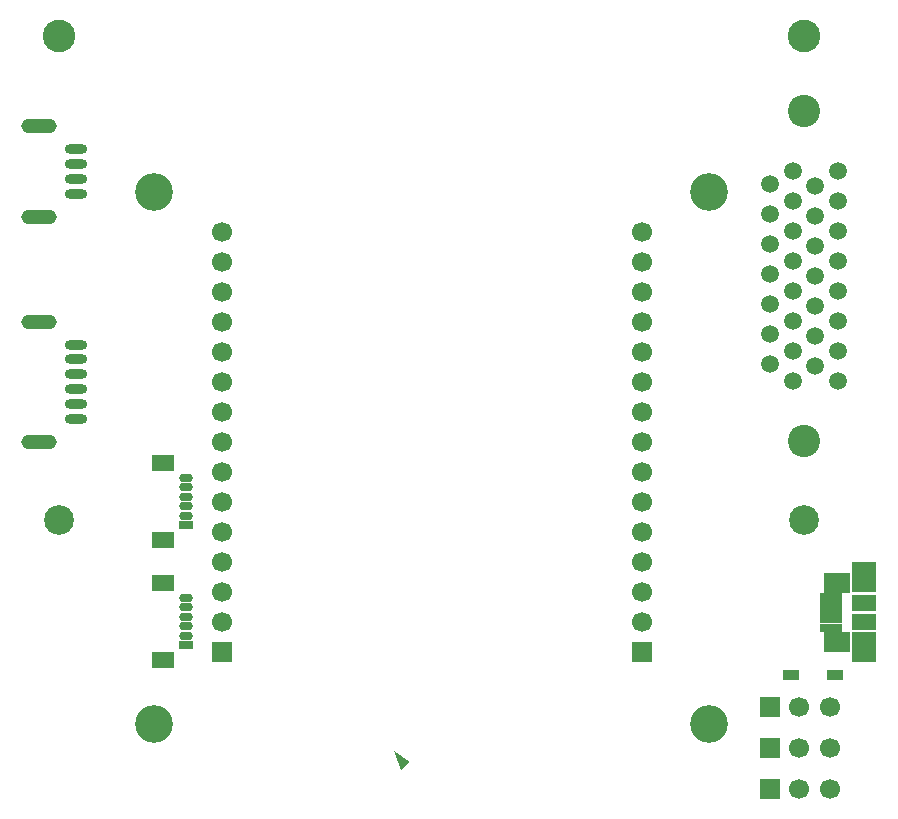
<source format=gbs>
%FSLAX42Y42*%
%MOMM*%
G71*
G01*
G75*
G04 Layer_Color=16711935*
%ADD10C,0.20*%
%ADD11C,0.25*%
%ADD12C,1.50*%
%ADD13C,0.50*%
%ADD14C,1.30*%
%ADD15C,2.55*%
%ADD16C,2.30*%
%ADD17C,3.00*%
%ADD18R,1.50X1.50*%
%ADD19C,1.50*%
%ADD20R,1.50X1.50*%
%ADD21C,2.54*%
%ADD22C,1.27*%
%ADD23C,0.60*%
G04:AMPARAMS|DCode=24|XSize=0.61mm|YSize=1.7mm|CornerRadius=0.3mm|HoleSize=0mm|Usage=FLASHONLY|Rotation=90.000|XOffset=0mm|YOffset=0mm|HoleType=Round|Shape=RoundedRectangle|*
%AMROUNDEDRECTD24*
21,1,0.61,1.09,0,0,90.0*
21,1,0.00,1.70,0,0,90.0*
1,1,0.61,0.55,0.00*
1,1,0.61,0.55,0.00*
1,1,0.61,-0.55,0.00*
1,1,0.61,-0.55,0.00*
%
%ADD24ROUNDEDRECTD24*%
G04:AMPARAMS|DCode=25|XSize=2.82mm|YSize=1.02mm|CornerRadius=0.51mm|HoleSize=0mm|Usage=FLASHONLY|Rotation=0.000|XOffset=0mm|YOffset=0mm|HoleType=Round|Shape=RoundedRectangle|*
%AMROUNDEDRECTD25*
21,1,2.82,0.00,0,0,0.0*
21,1,1.80,1.02,0,0,0.0*
1,1,1.02,0.90,0.00*
1,1,1.02,-0.90,0.00*
1,1,1.02,-0.90,0.00*
1,1,1.02,0.90,0.00*
%
%ADD25ROUNDEDRECTD25*%
%ADD26R,1.70X0.46*%
%ADD27R,1.70X0.40*%
%ADD28R,2.11X1.50*%
%ADD29R,1.91X2.39*%
%ADD30R,1.91X1.19*%
%ADD31R,1.70X1.20*%
G04:AMPARAMS|DCode=32|XSize=0.5mm|YSize=1mm|CornerRadius=0.25mm|HoleSize=0mm|Usage=FLASHONLY|Rotation=270.000|XOffset=0mm|YOffset=0mm|HoleType=Round|Shape=RoundedRectangle|*
%AMROUNDEDRECTD32*
21,1,0.50,0.50,0,0,270.0*
21,1,0.00,1.00,0,0,270.0*
1,1,0.50,-0.25,0.00*
1,1,0.50,-0.25,0.00*
1,1,0.50,0.25,0.00*
1,1,0.50,0.25,0.00*
%
%ADD32ROUNDEDRECTD32*%
%ADD33R,1.00X0.50*%
%ADD34R,1.22X0.71*%
%ADD35C,0.38*%
%ADD36C,0.13*%
%ADD37C,1.50*%
%ADD38C,2.76*%
%ADD39C,2.51*%
%ADD40C,3.20*%
%ADD41R,1.70X1.70*%
%ADD42C,1.70*%
%ADD43R,1.70X1.70*%
%ADD44C,2.74*%
G04:AMPARAMS|DCode=45|XSize=0.81mm|YSize=1.91mm|CornerRadius=0.41mm|HoleSize=0mm|Usage=FLASHONLY|Rotation=90.000|XOffset=0mm|YOffset=0mm|HoleType=Round|Shape=RoundedRectangle|*
%AMROUNDEDRECTD45*
21,1,0.81,1.09,0,0,90.0*
21,1,0.00,1.91,0,0,90.0*
1,1,0.81,0.55,0.00*
1,1,0.81,0.55,0.00*
1,1,0.81,-0.55,0.00*
1,1,0.81,-0.55,0.00*
%
%ADD45ROUNDEDRECTD45*%
G04:AMPARAMS|DCode=46|XSize=3.02mm|YSize=1.22mm|CornerRadius=0.61mm|HoleSize=0mm|Usage=FLASHONLY|Rotation=0.000|XOffset=0mm|YOffset=0mm|HoleType=Round|Shape=RoundedRectangle|*
%AMROUNDEDRECTD46*
21,1,3.02,0.00,0,0,0.0*
21,1,1.80,1.22,0,0,0.0*
1,1,1.22,0.90,0.00*
1,1,1.22,-0.90,0.00*
1,1,1.22,-0.90,0.00*
1,1,1.22,0.90,0.00*
%
%ADD46ROUNDEDRECTD46*%
%ADD47R,1.91X0.66*%
%ADD48R,1.91X0.60*%
%ADD49R,2.31X1.70*%
%ADD50R,2.11X2.59*%
%ADD51R,2.11X1.40*%
%ADD52R,1.90X1.40*%
G04:AMPARAMS|DCode=53|XSize=0.7mm|YSize=1.2mm|CornerRadius=0.35mm|HoleSize=0mm|Usage=FLASHONLY|Rotation=270.000|XOffset=0mm|YOffset=0mm|HoleType=Round|Shape=RoundedRectangle|*
%AMROUNDEDRECTD53*
21,1,0.70,0.50,0,0,270.0*
21,1,0.00,1.20,0,0,270.0*
1,1,0.70,-0.25,0.00*
1,1,0.70,-0.25,0.00*
1,1,0.70,0.25,0.00*
1,1,0.70,0.25,0.00*
%
%ADD53ROUNDEDRECTD53*%
%ADD54R,1.20X0.70*%
%ADD55R,1.42X0.91*%
G36*
X-697Y-1948D02*
X-768Y-2021D01*
X-834Y-1857D01*
X-697Y-1948D01*
D02*
G37*
D37*
X2925Y1274D02*
D03*
X2735Y1401D02*
D03*
X2354Y1414D02*
D03*
Y1668D02*
D03*
Y1922D02*
D03*
Y2176D02*
D03*
Y2430D02*
D03*
Y2684D02*
D03*
Y2938D02*
D03*
X2544Y1274D02*
D03*
Y1528D02*
D03*
Y1782D02*
D03*
Y2036D02*
D03*
Y2290D02*
D03*
Y2544D02*
D03*
Y2798D02*
D03*
Y3052D02*
D03*
X2735Y2925D02*
D03*
Y2671D02*
D03*
Y2417D02*
D03*
Y2163D02*
D03*
Y1909D02*
D03*
Y1655D02*
D03*
X2925Y3052D02*
D03*
Y2798D02*
D03*
Y2544D02*
D03*
Y2290D02*
D03*
Y2036D02*
D03*
Y1782D02*
D03*
Y1528D02*
D03*
D38*
X2637Y4196D02*
D03*
X-3663D02*
D03*
D39*
Y96D02*
D03*
X2637D02*
D03*
D40*
X-2863Y-1629D02*
D03*
Y2871D02*
D03*
X1837D02*
D03*
Y-1629D02*
D03*
D41*
X1270Y-1016D02*
D03*
X-2286D02*
D03*
D42*
X1270Y-762D02*
D03*
Y-508D02*
D03*
Y-254D02*
D03*
Y0D02*
D03*
Y254D02*
D03*
Y508D02*
D03*
Y762D02*
D03*
Y1016D02*
D03*
Y1270D02*
D03*
Y1524D02*
D03*
Y1778D02*
D03*
Y2032D02*
D03*
Y2286D02*
D03*
Y2540D02*
D03*
X-2286Y-762D02*
D03*
Y-508D02*
D03*
Y-254D02*
D03*
Y0D02*
D03*
Y254D02*
D03*
Y508D02*
D03*
Y762D02*
D03*
Y1016D02*
D03*
Y1270D02*
D03*
Y1524D02*
D03*
Y1778D02*
D03*
Y2032D02*
D03*
Y2286D02*
D03*
Y2540D02*
D03*
X2858Y-1486D02*
D03*
X2603D02*
D03*
X2858Y-2184D02*
D03*
X2603D02*
D03*
X2858Y-1829D02*
D03*
X2603D02*
D03*
D43*
X2350Y-1486D02*
D03*
Y-2184D02*
D03*
Y-1829D02*
D03*
D44*
X2640Y766D02*
D03*
Y3560D02*
D03*
D45*
X-3519Y1582D02*
D03*
X-3519Y1457D02*
D03*
X-3519Y1332D02*
D03*
X-3519Y1206D02*
D03*
Y1082D02*
D03*
Y955D02*
D03*
Y2860D02*
D03*
X-3519Y2984D02*
D03*
X-3519Y3110D02*
D03*
X-3519Y3235D02*
D03*
D46*
X-3834Y1777D02*
D03*
Y762D02*
D03*
X-3834Y2664D02*
D03*
X-3834Y3430D02*
D03*
D47*
X2868Y-686D02*
D03*
X2868Y-620D02*
D03*
X2868Y-816D02*
D03*
X2868Y-554D02*
D03*
D48*
Y-751D02*
D03*
D49*
X2918Y-434D02*
D03*
X2918Y-936D02*
D03*
D50*
X3150Y-389D02*
D03*
X3150Y-981D02*
D03*
D51*
Y-770D02*
D03*
X3150Y-602D02*
D03*
D52*
X-2789Y584D02*
D03*
X-2789Y-76D02*
D03*
X-2789Y-432D02*
D03*
X-2789Y-1092D02*
D03*
D53*
X-2594Y454D02*
D03*
X-2594Y374D02*
D03*
X-2594Y294D02*
D03*
X-2594Y214D02*
D03*
X-2594Y134D02*
D03*
Y-562D02*
D03*
X-2594Y-642D02*
D03*
X-2594Y-722D02*
D03*
X-2594Y-802D02*
D03*
X-2594Y-882D02*
D03*
D54*
X-2594Y54D02*
D03*
Y-962D02*
D03*
D55*
X2533Y-1219D02*
D03*
X2903Y-1219D02*
D03*
M02*

</source>
